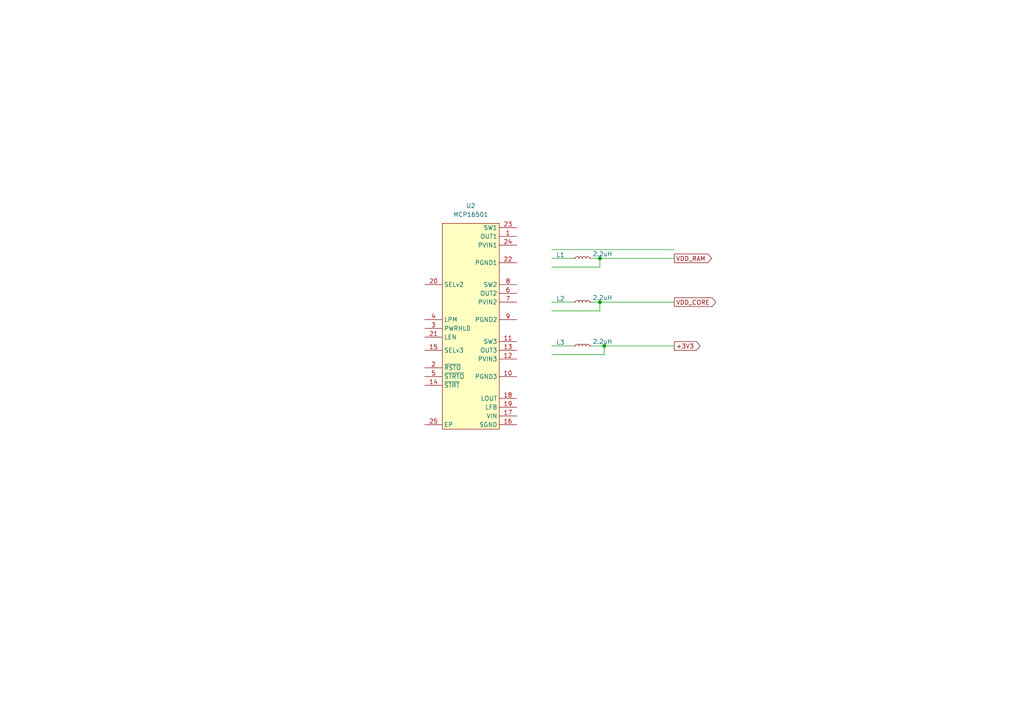
<source format=kicad_sch>
(kicad_sch (version 20231120) (generator "eeschema") (generator_version "8.0")
  (paper "A4")
  (lib_symbols
    (symbol "Device:L_Small" (pin_numbers hide) (pin_names (offset 0.254) hide)
      (property "Reference" "L" (at 0.762 1.016 0))
      (property "Value" "L_Small" (at 0.762 -1.016 0))
      (symbol "L_Small_0_1"
        (arc (start 0 -2.032) (mid 0.5058 -1.524) (end 0 -1.016))
        (arc (start 0 -1.016) (mid 0.5058 -0.508) (end 0 0))
        (arc (start 0 0) (mid 0.5058 0.508) (end 0 1.016))
        (arc (start 0 1.016) (mid 0.5058 1.524) (end 0 2.032))
      )
      (symbol "L_Small_1_1"
        (pin passive line (at 0 2.54 270) (length 0.508) (name "~") (number "1"))
        (pin passive line (at 0 -2.54 90) (length 0.508) (name "~") (number "2"))
      )
    )
    (symbol "microchip:MCP16501"
      (property "Reference" "U" (at -1.27 35.56 0))
      (property "Value" "MCP16501" (at 0 33.02 0))
      (symbol "MCP16501_0_1"
        (rectangle (start -7.62 31.75) (end 8.89 -27.94) (stroke (width 0.1524)) (fill (type background)))
      )
      (symbol "MCP16501_1_0"
        (pin passive line (at 13.97 27.94 180) (length 5.08) (name "OUT1") (number "1"))
        (pin passive line (at 13.97 -12.7 180) (length 5.08) (name "PGND3") (number "10"))
        (pin passive line (at 13.97 -2.54 180) (length 5.08) (name "SW3") (number "11"))
        (pin passive line (at 13.97 -7.62 180) (length 5.08) (name "PVIN3") (number "12"))
        (pin passive line (at 13.97 -5.08 180) (length 5.08) (name "OUT3") (number "13"))
        (pin passive line (at -12.7 -15.24 0) (length 5.08) (name "~{STRT}") (number "14"))
        (pin passive line (at -12.7 -5.08 0) (length 5.08) (name "SELv3") (number "15"))
        (pin passive line (at 13.97 -26.67 180) (length 5.08) (name "SGND") (number "16"))
        (pin passive line (at 13.97 -24.13 180) (length 5.08) (name "VIN") (number "17"))
        (pin passive line (at 13.97 -19.05 180) (length 5.08) (name "LOUT") (number "18"))
        (pin passive line (at 13.97 -21.59 180) (length 5.08) (name "LFB") (number "19"))
        (pin passive line (at -12.7 -10.16 0) (length 5.08) (name "~{RSTO}") (number "2"))
        (pin passive line (at -12.7 13.97 0) (length 5.08) (name "SELv2") (number "20"))
        (pin passive line (at -12.7 -1.27 0) (length 5.08) (name "LEN") (number "21"))
        (pin passive line (at 13.97 20.32 180) (length 5.08) (name "PGND1") (number "22"))
        (pin passive line (at 13.97 30.48 180) (length 5.08) (name "SW1") (number "23"))
        (pin passive line (at 13.97 25.4 180) (length 5.08) (name "PVIN1") (number "24"))
        (pin passive line (at -12.7 -26.67 0) (length 5.08) (name "EP") (number "25"))
        (pin passive line (at -12.7 1.27 0) (length 5.08) (name "PWRHLD") (number "3"))
        (pin passive line (at -12.7 3.81 0) (length 5.08) (name "LPM") (number "4"))
        (pin passive line (at -12.7 -12.7 0) (length 5.08) (name "~{STRTO}") (number "5"))
        (pin passive line (at 13.97 11.43 180) (length 5.08) (name "OUT2") (number "6"))
        (pin passive line (at 13.97 8.89 180) (length 5.08) (name "PVIN2") (number "7"))
        (pin passive line (at 13.97 13.97 180) (length 5.08) (name "SW2") (number "8"))
        (pin passive line (at 13.97 3.81 180) (length 5.08) (name "PGND2") (number "9"))
      )
    )
  )
  (junction (at 173.99 74.93))
  (junction (at 173.99 87.63))
  (junction (at 175.26 100.33))
  (wire (pts (xy 173.99 74.93) (xy 195.58 74.93)))
  (wire (pts (xy 173.99 77.47) (xy 173.99 74.93)))
  (wire (pts (xy 160.02 77.47) (xy 173.99 77.47)))
  (wire (pts (xy 160.02 72.39) (xy 195.58 72.39)))
  (wire (pts (xy 160.02 87.63) (xy 166.37 87.63)))
  (wire (pts (xy 173.99 90.17) (xy 173.99 87.63)))
  (wire (pts (xy 175.26 100.33) (xy 171.45 100.33)))
  (wire (pts (xy 173.99 87.63) (xy 171.45 87.63)))
  (wire (pts (xy 160.02 74.93) (xy 166.37 74.93)))
  (wire (pts (xy 160.02 102.87) (xy 175.26 102.87)))
  (wire (pts (xy 173.99 87.63) (xy 195.58 87.63)))
  (wire (pts (xy 160.02 100.33) (xy 166.37 100.33)))
  (wire (pts (xy 160.02 90.17) (xy 173.99 90.17)))
  (wire (pts (xy 173.99 74.93) (xy 171.45 74.93)))
  (wire (pts (xy 175.26 100.33) (xy 195.58 100.33)))
  (wire (pts (xy 175.26 102.87) (xy 175.26 100.33)))
  (global_label "+3V3" (shape output) (at 195.58 100.33 0) (property "Intersheetrefs" "${INTERSHEET_REFS}" (effects (hide yes))))
  (global_label "VDD_CORE" (shape output) (at 195.58 87.63 0) (property "Intersheetrefs" "${INTERSHEET_REFS}" (effects (hide yes))))
  (global_label "VDD_RAM" (shape output) (at 195.58 74.93 0) (property "Intersheetrefs" "${INTERSHEET_REFS}" (effects (hide yes))))
  (symbol (lib_id "Device:L_Small") (at 168.91 87.63 90) (unit 1)
    (property "Reference" "L2" (at 162.56 86.614 90))
    (property "Value" "2.2uH" (at 174.752 86.36 90))
    (property "Footprint" "Inductor_SMD:L_Wuerth_MAPI-2510" (effects (hide yes)))
    (property "Description" "Inductor, small symbol" (effects (hide yes)))
    (property "Isat" "2.2A" (effects (hide yes)))
  )
  (symbol (lib_id "microchip:MCP16501") (at 135.89 96.52 0) (unit 1)
    (property "Reference" "U2" (at 136.525 59.69 0))
    (property "Value" "MCP16501" (at 136.525 62.23 0))
    (property "Footprint" "Package_DFN_QFN:QFN-24-1EP_4x4mm_P0.5mm_EP2.7x2.7mm_ThermalVias" (effects (hide yes)))
  )
  (symbol (lib_id "Device:L_Small") (at 168.91 100.33 90) (unit 1)
    (property "Reference" "L3" (at 162.56 99.314 90))
    (property "Value" "2.2uH" (at 174.752 99.06 90))
    (property "Footprint" "Inductor_SMD:L_Wuerth_MAPI-2510" (effects (hide yes)))
    (property "Description" "Inductor, small symbol" (effects (hide yes)))
    (property "Isat" "2.2A" (effects (hide yes)))
  )
  (symbol (lib_id "Device:L_Small") (at 168.91 74.93 90) (unit 1)
    (property "Reference" "L1" (at 162.56 73.914 90))
    (property "Value" "2.2uH" (at 174.752 73.66 90))
    (property "Footprint" "Inductor_SMD:L_Wuerth_MAPI-2510" (effects (hide yes)))
    (property "Description" "Inductor, small symbol" (effects (hide yes)))
    (property "Isat" "2.2A" (effects (hide yes)))
  )
)
</source>
